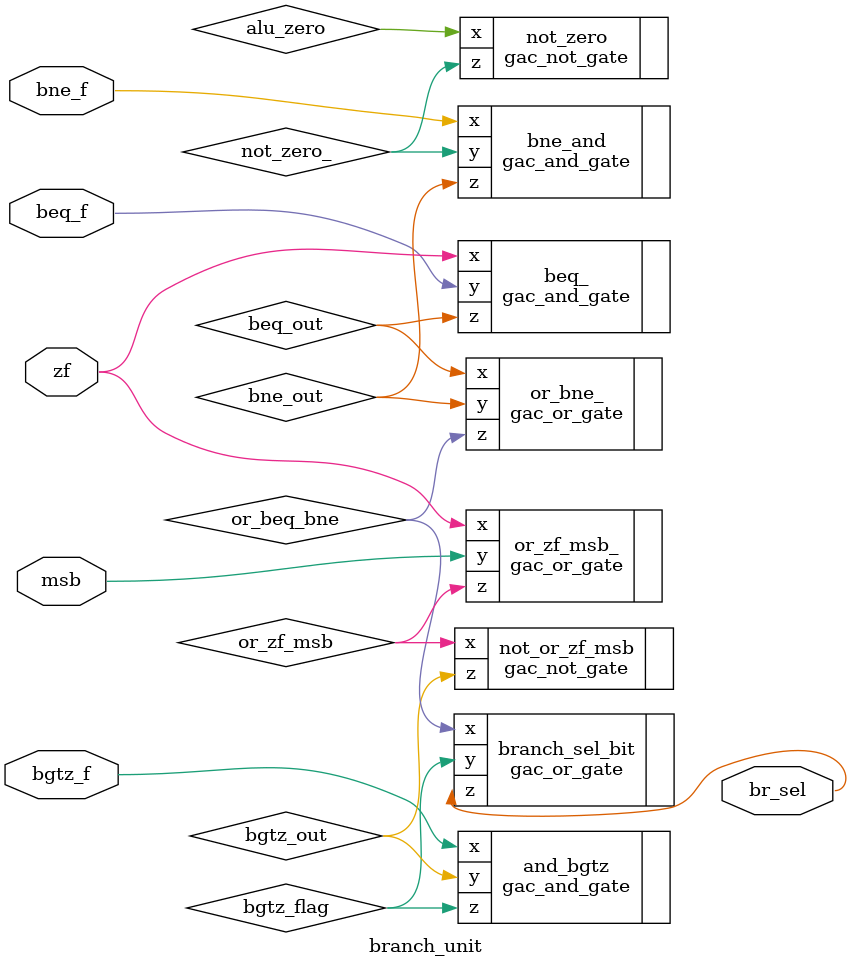
<source format=v>

module branch_unit(beq_f, bne_f, bgtz_f, zf, msb, br_sel);

    input beq_f, bne_f, bgtz_f, zf, msb;
    output wire br_sel;

    wire beq_out;
    gac_and_gate beq_(.x(zf), .y(beq_f), .z(beq_out));

    wire not_zero_;
    gac_not_gate not_zero(
        .x(alu_zero),
        .z(not_zero_)
    );

    wire bne_out;
    gac_and_gate bne_and(
        .x(bne_f),
        .y(not_zero_),
        .z(bne_out)
    );

    wire or_zf_msb;
    gac_or_gate or_zf_msb_(
        .x(zf),
        .y(msb),
        .z(or_zf_msb)
    );

    wire bgtz_out;
    gac_not_gate not_or_zf_msb(
        .x(or_zf_msb),
        .z(bgtz_out)
    );

    wire or_beq_bne;
    gac_or_gate or_bne_(
        .x(beq_out),
        .y(bne_out),
        .z(or_beq_bne)
    );

    wire bgtz_flag;
    gac_and_gate and_bgtz(
        .x(bgtz_f),
        .y(bgtz_out),
        .z(bgtz_flag)
    );

    gac_or_gate branch_sel_bit(
        .x(or_beq_bne),
        .y(bgtz_flag),
        .z(br_sel)
    );

endmodule
</source>
